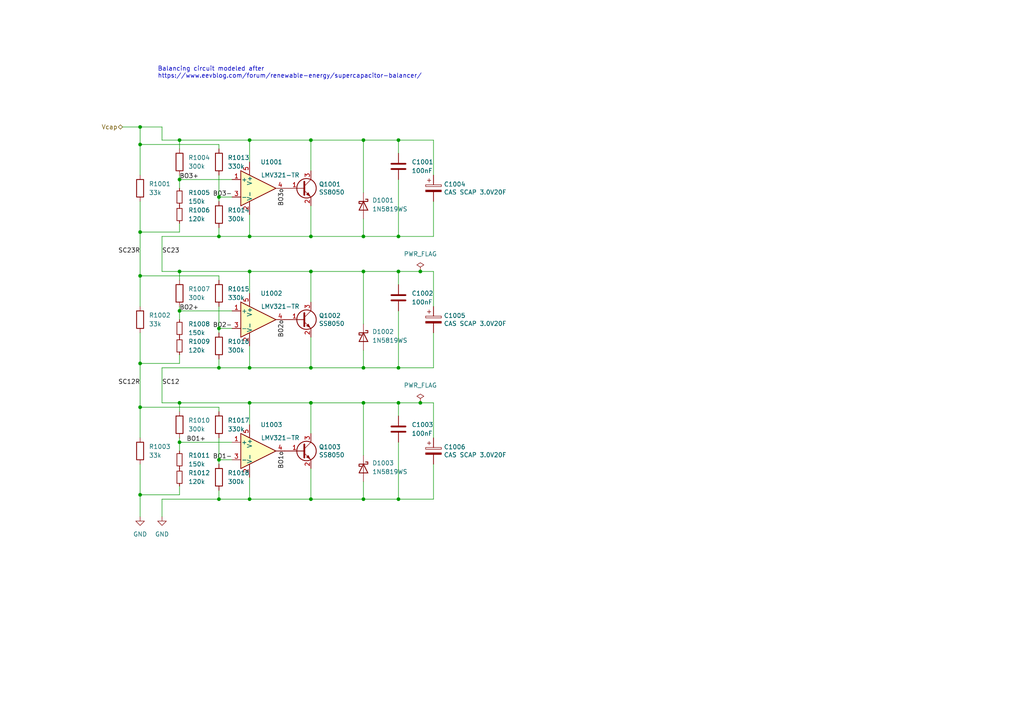
<source format=kicad_sch>
(kicad_sch (version 20211123) (generator eeschema)
  (paper "A4")
  (title_block (title "Sailor Hat for Raspberry Pi") (date "2022-10-14") (rev "v2.0.0-alpha") (company "Hat Labs Ltd") (comment 1 "https://creativecommons.org/licenses/by/4.0") (comment 2 "To view a copy of this license, visit ") (comment 3 "Sailor Hat for Raspberry Pi is licensed under CC BY 4.0."))
  (lib_symbols
    (symbol "Amplifier_Operational:LMV321" (pin_names (offset 0.127))
      (property "Reference" "U" (at 0 5.08 0))
      (property "Value" "LMV321" (at 0 -5.08 0))
      (symbol "LMV321_0_1"
        (polyline (pts (xy -5.08 5.08) (xy 5.08 0) (xy -5.08 -5.08) (xy -5.08 5.08)) (stroke (width 0.254)) (fill (type background)))
        (pin power_in line (at -2.54 -7.62 90) (length 3.81) (name "V-") (number "2"))
        (pin power_in line (at -2.54 7.62 270) (length 3.81) (name "V+") (number "5"))
      )
      (symbol "LMV321_1_1"
        (pin input line (at -7.62 2.54 0) (length 2.54) (name "+") (number "1"))
        (pin input line (at -7.62 -2.54 0) (length 2.54) (name "-") (number "3"))
        (pin output line (at 7.62 0 180) (length 2.54) (name "~") (number "4"))
      )
    )
    (symbol "Device:C" (pin_numbers hide) (pin_names (offset 0.254))
      (property "Reference" "C" (at 0.635 2.54 0))
      (property "Value" "C" (at 0.635 -2.54 0))
      (symbol "C_0_1"
        (polyline (pts (xy -2.032 -0.762) (xy 2.032 -0.762)) (stroke (width 0.508)))
        (polyline (pts (xy -2.032 0.762) (xy 2.032 0.762)) (stroke (width 0.508)))
      )
      (symbol "C_1_1"
        (pin passive line (at 0 3.81 270) (length 2.794) (name "~") (number "1"))
        (pin passive line (at 0 -3.81 90) (length 2.794) (name "~") (number "2"))
      )
    )
    (symbol "Device:C_Polarized" (pin_numbers hide) (pin_names (offset 0.254))
      (property "Reference" "C" (at 0.635 2.54 0))
      (property "Value" "C_Polarized" (at 0.635 -2.54 0))
      (symbol "C_Polarized_0_1"
        (rectangle (start -2.286 0.508) (end 2.286 1.016))
        (polyline (pts (xy -1.778 2.286) (xy -0.762 2.286)))
        (polyline (pts (xy -1.27 2.794) (xy -1.27 1.778)))
        (rectangle (start 2.286 -0.508) (end -2.286 -1.016) (fill (type outline)))
      )
      (symbol "C_Polarized_1_1"
        (pin passive line (at 0 3.81 270) (length 2.794) (name "~") (number "1"))
        (pin passive line (at 0 -3.81 90) (length 2.794) (name "~") (number "2"))
      )
    )
    (symbol "Device:D_Schottky" (pin_numbers hide) (pin_names (offset 1.016) hide)
      (property "Reference" "D" (at 0 2.54 0))
      (property "Value" "D_Schottky" (at 0 -2.54 0))
      (symbol "D_Schottky_0_1"
        (polyline (pts (xy 1.27 0) (xy -1.27 0)))
        (polyline (pts (xy 1.27 1.27) (xy 1.27 -1.27) (xy -1.27 0) (xy 1.27 1.27)) (stroke (width 0.254)))
        (polyline (pts (xy -1.905 0.635) (xy -1.905 1.27) (xy -1.27 1.27) (xy -1.27 -1.27) (xy -0.635 -1.27) (xy -0.635 -0.635)) (stroke (width 0.254)))
      )
      (symbol "D_Schottky_1_1"
        (pin passive line (at -3.81 0 0) (length 2.54) (name "K") (number "1"))
        (pin passive line (at 3.81 0 180) (length 2.54) (name "A") (number "2"))
      )
    )
    (symbol "Device:R" (pin_numbers hide) (pin_names (offset 0))
      (property "Reference" "R" (at 2.032 0 90))
      (property "Value" "R" (at 0 0 90))
      (symbol "R_0_1"
        (rectangle (start -1.016 -2.54) (end 1.016 2.54) (stroke (width 0.254)))
      )
      (symbol "R_1_1"
        (pin passive line (at 0 3.81 270) (length 1.27) (name "~") (number "1"))
        (pin passive line (at 0 -3.81 90) (length 1.27) (name "~") (number "2"))
      )
    )
    (symbol "Device:R_Small" (pin_numbers hide) (pin_names (offset 0.254) hide)
      (property "Reference" "R" (at 0.762 0.508 0))
      (property "Value" "R_Small" (at 0.762 -1.016 0))
      (symbol "R_Small_0_1"
        (rectangle (start -0.762 1.778) (end 0.762 -1.778) (stroke (width 0.2032)))
      )
      (symbol "R_Small_1_1"
        (pin passive line (at 0 2.54 270) (length 0.762) (name "~") (number "1"))
        (pin passive line (at 0 -2.54 90) (length 0.762) (name "~") (number "2"))
      )
    )
    (symbol "Transistor_BJT:MMBT5551L" (pin_names (offset 0) hide)
      (property "Reference" "Q" (at 5.08 1.905 0))
      (property "Value" "MMBT5551L" (at 5.08 0 0))
      (symbol "MMBT5551L_0_1"
        (polyline (pts (xy 0.635 0.635) (xy 2.54 2.54)))
        (polyline (pts (xy 0.635 -0.635) (xy 2.54 -2.54) (xy 2.54 -2.54)))
        (polyline (pts (xy 0.635 1.905) (xy 0.635 -1.905) (xy 0.635 -1.905)) (stroke (width 0.508)))
        (polyline (pts (xy 1.27 -1.778) (xy 1.778 -1.27) (xy 2.286 -2.286) (xy 1.27 -1.778) (xy 1.27 -1.778)) (fill (type outline)))
        (circle (center 1.27 0) (radius 2.8194) (stroke (width 0.254)))
      )
      (symbol "MMBT5551L_1_1"
        (pin input line (at -5.08 0 0) (length 5.715) (name "B") (number "1"))
        (pin passive line (at 2.54 -5.08 90) (length 2.54) (name "E") (number "2"))
        (pin passive line (at 2.54 5.08 270) (length 2.54) (name "C") (number "3"))
      )
    )
    (symbol "power:GND" (power) (pin_names (offset 0))
      (property "Value" "GND" (at 0 -3.81 0))
      (symbol "GND_0_1"
        (polyline (pts (xy 0 0) (xy 0 -1.27) (xy 1.27 -1.27) (xy 0 -2.54) (xy -1.27 -1.27) (xy 0 -1.27)))
      )
      (symbol "GND_1_1"
        (pin power_in line (at 0 0 270) (length 0) hide (name "GND") (number "1"))
      )
    )
    (symbol "power:PWR_FLAG" (power) (pin_numbers hide) (pin_names (offset 0) hide)
      (property "Value" "PWR_FLAG" (at 0 3.81 0))
      (symbol "PWR_FLAG_0_0"
        (pin power_out line (at 0 0 90) (length 0) (name "pwr") (number "1"))
      )
      (symbol "PWR_FLAG_0_1"
        (polyline (pts (xy 0 0) (xy 0 1.27) (xy -1.016 1.905) (xy 0 2.54) (xy 1.016 1.905) (xy 0 1.27)))
      )
    )
  )
  (junction (at 90.17 106.68))
  (junction (at 121.92 116.84))
  (junction (at 52.07 52.07))
  (junction (at 63.5 144.78))
  (junction (at 72.39 144.78))
  (junction (at 105.41 106.68))
  (junction (at 72.39 116.84))
  (junction (at 52.07 40.64))
  (junction (at 40.64 41.91))
  (junction (at 72.39 40.64))
  (junction (at 105.41 116.84))
  (junction (at 90.17 144.78))
  (junction (at 40.64 118.11))
  (junction (at 40.64 67.31))
  (junction (at 52.07 128.27))
  (junction (at 40.64 143.51))
  (junction (at 115.57 68.58))
  (junction (at 115.57 144.78))
  (junction (at 121.92 78.74))
  (junction (at 90.17 68.58))
  (junction (at 72.39 78.74))
  (junction (at 63.5 68.58))
  (junction (at 40.64 80.01))
  (junction (at 90.17 116.84))
  (junction (at 40.64 105.41))
  (junction (at 115.57 40.64))
  (junction (at 63.5 133.35))
  (junction (at 90.17 78.74))
  (junction (at 52.07 116.84))
  (junction (at 115.57 106.68))
  (junction (at 105.41 144.78))
  (junction (at 63.5 106.68))
  (junction (at 72.39 106.68))
  (junction (at 40.64 36.83))
  (junction (at 105.41 78.74))
  (junction (at 105.41 40.64))
  (junction (at 63.5 57.15))
  (junction (at 105.41 68.58))
  (junction (at 115.57 116.84))
  (junction (at 72.39 68.58))
  (junction (at 52.07 78.74))
  (junction (at 115.57 78.74))
  (junction (at 63.5 95.25))
  (junction (at 90.17 40.64))
  (junction (at 52.07 90.17))
  (wire (pts (xy 90.17 116.84) (xy 90.17 125.73)))
  (wire (pts (xy 90.17 40.64) (xy 90.17 49.53)))
  (wire (pts (xy 105.41 139.7) (xy 105.41 144.78)))
  (wire (pts (xy 52.07 50.8) (xy 52.07 52.07)))
  (wire (pts (xy 46.99 106.68) (xy 46.99 116.84)))
  (wire (pts (xy 63.5 43.18) (xy 63.5 41.91)))
  (wire (pts (xy 72.39 100.33) (xy 72.39 106.68)))
  (wire (pts (xy 72.39 40.64) (xy 90.17 40.64)))
  (wire (pts (xy 121.92 116.84) (xy 125.73 116.84)))
  (wire (pts (xy 40.64 36.83) (xy 46.99 36.83)))
  (wire (pts (xy 40.64 143.51) (xy 40.64 149.86)))
  (wire (pts (xy 52.07 143.51) (xy 40.64 143.51)))
  (wire (pts (xy 115.57 40.64) (xy 115.57 44.45)))
  (wire (pts (xy 52.07 78.74) (xy 52.07 81.28)))
  (wire (pts (xy 125.73 58.42) (xy 125.73 68.58)))
  (wire (pts (xy 90.17 144.78) (xy 72.39 144.78)))
  (wire (pts (xy 105.41 106.68) (xy 115.57 106.68)))
  (wire (pts (xy 63.5 50.8) (xy 63.5 57.15)))
  (wire (pts (xy 52.07 127) (xy 52.07 128.27)))
  (wire (pts (xy 115.57 116.84) (xy 115.57 120.65)))
  (wire (pts (xy 125.73 144.78) (xy 115.57 144.78)))
  (wire (pts (xy 52.07 64.77) (xy 52.07 67.31)))
  (wire (pts (xy 90.17 78.74) (xy 90.17 87.63)))
  (wire (pts (xy 46.99 78.74) (xy 52.07 78.74)))
  (wire (pts (xy 105.41 101.6) (xy 105.41 106.68)))
  (wire (pts (xy 72.39 116.84) (xy 90.17 116.84)))
  (wire (pts (xy 115.57 128.27) (xy 115.57 144.78)))
  (wire (pts (xy 105.41 63.5) (xy 105.41 68.58)))
  (wire (pts (xy 90.17 40.64) (xy 105.41 40.64)))
  (wire (pts (xy 90.17 59.69) (xy 90.17 68.58)))
  (wire (pts (xy 67.31 95.25) (xy 63.5 95.25)))
  (wire (pts (xy 63.5 144.78) (xy 46.99 144.78)))
  (wire (pts (xy 67.31 90.17) (xy 52.07 90.17)))
  (wire (pts (xy 105.41 144.78) (xy 115.57 144.78)))
  (wire (pts (xy 52.07 40.64) (xy 72.39 40.64)))
  (wire (pts (xy 72.39 106.68) (xy 63.5 106.68)))
  (wire (pts (xy 67.31 57.15) (xy 63.5 57.15)))
  (wire (pts (xy 121.92 78.74) (xy 125.73 78.74)))
  (wire (pts (xy 63.5 119.38) (xy 63.5 118.11)))
  (wire (pts (xy 52.07 105.41) (xy 40.64 105.41)))
  (wire (pts (xy 72.39 78.74) (xy 72.39 85.09)))
  (wire (pts (xy 63.5 142.24) (xy 63.5 144.78)))
  (wire (pts (xy 115.57 52.07) (xy 115.57 68.58)))
  (wire (pts (xy 72.39 78.74) (xy 90.17 78.74)))
  (wire (pts (xy 105.41 116.84) (xy 115.57 116.84)))
  (wire (pts (xy 40.64 36.83) (xy 40.64 41.91)))
  (wire (pts (xy 40.64 134.62) (xy 40.64 143.51)))
  (wire (pts (xy 105.41 68.58) (xy 115.57 68.58)))
  (wire (pts (xy 90.17 68.58) (xy 105.41 68.58)))
  (wire (pts (xy 63.5 95.25) (xy 63.5 96.52)))
  (wire (pts (xy 90.17 78.74) (xy 105.41 78.74)))
  (wire (pts (xy 72.39 116.84) (xy 72.39 123.19)))
  (wire (pts (xy 125.73 96.52) (xy 125.73 106.68)))
  (wire (pts (xy 63.5 80.01) (xy 40.64 80.01)))
  (wire (pts (xy 115.57 78.74) (xy 121.92 78.74)))
  (wire (pts (xy 115.57 40.64) (xy 125.73 40.64)))
  (wire (pts (xy 125.73 78.74) (xy 125.73 88.9)))
  (wire (pts (xy 67.31 133.35) (xy 63.5 133.35)))
  (wire (pts (xy 63.5 88.9) (xy 63.5 95.25)))
  (wire (pts (xy 115.57 90.17) (xy 115.57 106.68)))
  (wire (pts (xy 63.5 81.28) (xy 63.5 80.01)))
  (wire (pts (xy 52.07 67.31) (xy 40.64 67.31)))
  (wire (pts (xy 40.64 80.01) (xy 40.64 88.9)))
  (wire (pts (xy 90.17 144.78) (xy 105.41 144.78)))
  (wire (pts (xy 63.5 104.14) (xy 63.5 106.68)))
  (wire (pts (xy 105.41 78.74) (xy 105.41 93.98)))
  (wire (pts (xy 125.73 106.68) (xy 115.57 106.68)))
  (wire (pts (xy 67.31 128.27) (xy 52.07 128.27)))
  (wire (pts (xy 52.07 116.84) (xy 72.39 116.84)))
  (wire (pts (xy 63.5 118.11) (xy 40.64 118.11)))
  (wire (pts (xy 115.57 78.74) (xy 115.57 82.55)))
  (wire (pts (xy 63.5 133.35) (xy 63.5 134.62)))
  (wire (pts (xy 52.07 128.27) (xy 52.07 130.81)))
  (wire (pts (xy 105.41 116.84) (xy 105.41 132.08)))
  (wire (pts (xy 63.5 127) (xy 63.5 133.35)))
  (wire (pts (xy 40.64 67.31) (xy 40.64 80.01)))
  (wire (pts (xy 125.73 40.64) (xy 125.73 50.8)))
  (wire (pts (xy 125.73 116.84) (xy 125.73 127)))
  (wire (pts (xy 90.17 135.89) (xy 90.17 144.78)))
  (wire (pts (xy 72.39 68.58) (xy 63.5 68.58)))
  (wire (pts (xy 105.41 78.74) (xy 115.57 78.74)))
  (wire (pts (xy 46.99 68.58) (xy 46.99 78.74)))
  (wire (pts (xy 63.5 66.04) (xy 63.5 68.58)))
  (wire (pts (xy 52.07 116.84) (xy 52.07 119.38)))
  (wire (pts (xy 46.99 144.78) (xy 46.99 149.86)))
  (wire (pts (xy 90.17 97.79) (xy 90.17 106.68)))
  (wire (pts (xy 40.64 41.91) (xy 40.64 50.8)))
  (wire (pts (xy 52.07 102.87) (xy 52.07 105.41)))
  (wire (pts (xy 63.5 41.91) (xy 40.64 41.91)))
  (wire (pts (xy 63.5 106.68) (xy 46.99 106.68)))
  (wire (pts (xy 105.41 40.64) (xy 105.41 55.88)))
  (wire (pts (xy 46.99 40.64) (xy 52.07 40.64)))
  (wire (pts (xy 125.73 68.58) (xy 115.57 68.58)))
  (wire (pts (xy 105.41 40.64) (xy 115.57 40.64)))
  (wire (pts (xy 40.64 105.41) (xy 40.64 118.11)))
  (wire (pts (xy 90.17 68.58) (xy 72.39 68.58)))
  (wire (pts (xy 52.07 90.17) (xy 52.07 92.71)))
  (wire (pts (xy 46.99 36.83) (xy 46.99 40.64)))
  (wire (pts (xy 52.07 52.07) (xy 52.07 54.61)))
  (wire (pts (xy 40.64 118.11) (xy 40.64 127)))
  (wire (pts (xy 115.57 116.84) (xy 121.92 116.84)))
  (wire (pts (xy 72.39 40.64) (xy 72.39 46.99)))
  (wire (pts (xy 52.07 140.97) (xy 52.07 143.51)))
  (wire (pts (xy 35.56 36.83) (xy 40.64 36.83)))
  (wire (pts (xy 72.39 62.23) (xy 72.39 68.58)))
  (wire (pts (xy 63.5 68.58) (xy 46.99 68.58)))
  (wire (pts (xy 67.31 52.07) (xy 52.07 52.07)))
  (wire (pts (xy 63.5 57.15) (xy 63.5 58.42)))
  (wire (pts (xy 52.07 78.74) (xy 72.39 78.74)))
  (wire (pts (xy 90.17 106.68) (xy 72.39 106.68)))
  (wire (pts (xy 52.07 88.9) (xy 52.07 90.17)))
  (wire (pts (xy 40.64 58.42) (xy 40.64 67.31)))
  (wire (pts (xy 72.39 138.43) (xy 72.39 144.78)))
  (wire (pts (xy 40.64 96.52) (xy 40.64 105.41)))
  (wire (pts (xy 46.99 116.84) (xy 52.07 116.84)))
  (wire (pts (xy 90.17 106.68) (xy 105.41 106.68)))
  (wire (pts (xy 125.73 134.62) (xy 125.73 144.78)))
  (wire (pts (xy 52.07 40.64) (xy 52.07 43.18)))
  (wire (pts (xy 90.17 116.84) (xy 105.41 116.84)))
  (wire (pts (xy 72.39 144.78) (xy 63.5 144.78)))
  (text "Balancing circuit modeled after\nhttps://www.eevblog.com/forum/renewable-energy/supercapacitor-balancer/" (at 45.72 22.86 0) (effects (font (size 1.27 1.27)) (justify left bottom)))
  (label "BO3o" (at 82.55 54.61 270))
  (label "BO1o" (at 82.55 130.81 270))
  (label "BO2-" (at 67.31 95.25 180))
  (label "BO2+" (at 52.07 90.17 0))
  (label "SC12R" (at 40.64 111.76 180))
  (label "BO3+" (at 52.07 52.07 0))
  (label "SC23R" (at 40.64 73.66 180))
  (label "BO3-" (at 67.31 57.15 180))
  (label "BO1+" (at 59.69 128.27 180))
  (label "SC23" (at 46.99 73.66 0))
  (label "SC12" (at 46.99 111.76 0))
  (label "BO1-" (at 67.31 133.35 180))
  (label "BO2o" (at 82.55 92.71 270))
  (hierarchical_label "Vcap" (shape bidirectional) (at 35.56 36.83 180))
  (symbol (lib_id "Device:R_Small") (at 52.07 95.25 0) (unit 1)
    (property "Reference" "R1008" (at 54.61 93.9799 0) (effects (justify left)))
    (property "Value" "150k" (at 54.61 96.5199 0) (effects (justify left)))
    (property "Footprint" "Resistor_SMD:R_0402_1005Metric" (effects hide))
    (property "LCSC" "C25755" (effects hide))
  )
  (symbol (lib_id "Amplifier_Operational:LMV321") (at 74.93 92.71 0) (unit 1)
    (property "Reference" "U1002" (at 78.74 85.09 0))
    (property "Value" "LMV321-TR" (at 81.28 88.9 0))
    (property "Footprint" "Package_TO_SOT_SMD:SOT-23-5" (effects hide))
    (property "Datasheet" "https://datasheet.lcsc.com/lcsc/2206101816_Gainsil-LMV324-SR_C362275.pdf" (effects hide))
    (property "LCSC" "C362273" (effects hide))
  )
  (symbol (lib_id "Device:R") (at 63.5 62.23 0) (unit 1)
    (property "Reference" "R1014" (at 66.04 60.9599 0) (effects (justify left)))
    (property "Value" "300k" (at 66.04 63.4999 0) (effects (justify left)))
    (property "Footprint" "Resistor_SMD:R_0402_1005Metric" (effects hide))
    (property "LCSC" "C25774" (effects hide))
  )
  (symbol (lib_id "Device:R") (at 63.5 138.43 0) (unit 1)
    (property "Reference" "R1018" (at 66.04 137.1599 0) (effects (justify left)))
    (property "Value" "300k" (at 66.04 139.6999 0) (effects (justify left)))
    (property "Footprint" "Resistor_SMD:R_0402_1005Metric" (effects hide))
    (property "LCSC" "C25774" (effects hide))
  )
  (symbol (lib_id "Device:C_Polarized") (at 125.73 92.71 0) (unit 1)
    (property "Reference" "C1005" (at 128.7272 91.5416 0) (effects (justify left)))
    (property "Value" "CAS SCAP 3.0V20F" (at 128.7272 93.853 0) (effects (justify left)))
    (property "Footprint" "SH-RPi:CP_Radial_D12.0mm_H25.0mm_P5.30mm_Horizontal" (effects hide))
  )
  (symbol (lib_id "Amplifier_Operational:LMV321") (at 74.93 54.61 0) (unit 1)
    (property "Reference" "U1001" (at 78.74 46.99 0))
    (property "Value" "LMV321-TR" (at 81.28 50.8 0))
    (property "Footprint" "Package_TO_SOT_SMD:SOT-23-5" (effects hide))
    (property "Datasheet" "https://datasheet.lcsc.com/lcsc/2206101816_Gainsil-LMV324-SR_C362275.pdf" (effects hide))
    (property "LCSC" "C362273" (effects hide))
  )
  (symbol (lib_id "Device:C_Polarized") (at 125.73 54.61 0) (unit 1)
    (property "Reference" "C1004" (at 128.7272 53.4416 0) (effects (justify left)))
    (property "Value" "CAS SCAP 3.0V20F" (at 128.7272 55.753 0) (effects (justify left)))
    (property "Footprint" "SH-RPi:CP_Radial_D12.0mm_H25.0mm_P5.30mm_Horizontal" (effects hide))
  )
  (symbol (lib_id "Device:C") (at 115.57 48.26 0) (unit 1)
    (property "Reference" "C1001" (at 119.38 46.9899 0) (effects (justify left)))
    (property "Value" "100nF" (at 119.38 49.5299 0) (effects (justify left)))
    (property "Footprint" "Capacitor_SMD:C_0402_1005Metric" (effects hide))
    (property "LCSC" "C1525" (effects hide))
  )
  (symbol (lib_id "Device:R") (at 40.64 54.61 0) (unit 1)
    (property "Reference" "R1001" (at 43.18 53.3399 0) (effects (justify left)))
    (property "Value" "33k" (at 43.18 55.8799 0) (effects (justify left)))
    (property "Footprint" "Resistor_SMD:R_0402_1005Metric" (effects hide))
    (property "LCSC" "C25779" (effects hide))
  )
  (symbol (lib_id "power:PWR_FLAG") (at 121.92 116.84 0) (unit 1)
    (property "Reference" "#FLG01002" (effects hide))
    (property "Value" "PWR_FLAG" (at 121.92 111.76 0))
  )
  (symbol (lib_id "Device:R_Small") (at 52.07 100.33 0) (unit 1)
    (property "Reference" "R1009" (at 54.61 99.0599 0) (effects (justify left)))
    (property "Value" "120k" (at 54.61 101.5999 0) (effects (justify left)))
    (property "Footprint" "Resistor_SMD:R_0402_1005Metric" (effects hide))
    (property "LCSC" "C25750" (effects hide))
  )
  (symbol (lib_id "Device:R") (at 40.64 92.71 0) (unit 1)
    (property "Reference" "R1002" (at 43.18 91.4399 0) (effects (justify left)))
    (property "Value" "33k" (at 43.18 93.9799 0) (effects (justify left)))
    (property "Footprint" "Resistor_SMD:R_0402_1005Metric" (effects hide))
    (property "LCSC" "C25779" (effects hide))
  )
  (symbol (lib_id "Transistor_BJT:MMBT5551L") (at 87.63 130.81 0) (unit 1)
    (property "Reference" "Q1003" (at 92.4814 129.6416 0) (effects (justify left)))
    (property "Value" "SS8050" (at 92.4814 131.953 0) (effects (justify left)))
    (property "Footprint" "Package_TO_SOT_SMD:SOT-23" (effects hide))
    (property "LCSC" "C2150" (effects hide))
  )
  (symbol (lib_id "power:GND") (at 40.64 149.86 0) (unit 1)
    (property "Reference" "#PWR01001" (effects hide))
    (property "Value" "GND" (at 40.64 154.94 0))
  )
  (symbol (lib_id "Device:C") (at 115.57 86.36 0) (unit 1)
    (property "Reference" "C1002" (at 119.38 85.0899 0) (effects (justify left)))
    (property "Value" "100nF" (at 119.38 87.6299 0) (effects (justify left)))
    (property "Footprint" "Capacitor_SMD:C_0402_1005Metric" (effects hide))
    (property "LCSC" "C1525" (effects hide))
  )
  (symbol (lib_id "Device:C_Polarized") (at 125.73 130.81 0) (unit 1)
    (property "Reference" "C1006" (at 128.7272 129.6416 0) (effects (justify left)))
    (property "Value" "CAS SCAP 3.0V20F" (at 128.7272 131.953 0) (effects (justify left)))
    (property "Footprint" "SH-RPi:CP_Radial_D12.0mm_H25.0mm_P5.30mm_Horizontal" (effects hide))
  )
  (symbol (lib_id "Transistor_BJT:MMBT5551L") (at 87.63 54.61 0) (unit 1)
    (property "Reference" "Q1001" (at 92.4814 53.4416 0) (effects (justify left)))
    (property "Value" "SS8050" (at 92.4814 55.753 0) (effects (justify left)))
    (property "Footprint" "Package_TO_SOT_SMD:SOT-23" (effects hide))
    (property "LCSC" "C2150" (effects hide))
  )
  (symbol (lib_id "Transistor_BJT:MMBT5551L") (at 87.63 92.71 0) (unit 1)
    (property "Reference" "Q1002" (at 92.4814 91.5416 0) (effects (justify left)))
    (property "Value" "SS8050" (at 92.4814 93.853 0) (effects (justify left)))
    (property "Footprint" "Package_TO_SOT_SMD:SOT-23" (effects hide))
    (property "LCSC" "C2150" (effects hide))
  )
  (symbol (lib_id "power:PWR_FLAG") (at 121.92 78.74 0) (unit 1)
    (property "Reference" "#FLG01001" (effects hide))
    (property "Value" "PWR_FLAG" (at 121.92 73.66 0))
  )
  (symbol (lib_id "Device:R") (at 52.07 46.99 0) (unit 1)
    (property "Reference" "R1004" (at 54.61 45.7199 0) (effects (justify left)))
    (property "Value" "300k" (at 54.61 48.2599 0) (effects (justify left)))
    (property "Footprint" "Resistor_SMD:R_0402_1005Metric" (effects hide))
    (property "LCSC" "C25774" (effects hide))
  )
  (symbol (lib_id "Device:R") (at 40.64 130.81 0) (unit 1)
    (property "Reference" "R1003" (at 43.18 129.5399 0) (effects (justify left)))
    (property "Value" "33k" (at 43.18 132.0799 0) (effects (justify left)))
    (property "Footprint" "Resistor_SMD:R_0402_1005Metric" (effects hide))
    (property "LCSC" "C25779" (effects hide))
  )
  (symbol (lib_id "Device:D_Schottky") (at 105.41 97.79 270) (unit 1)
    (property "Reference" "D1002" (at 107.95 96.2024 90) (effects (justify left)))
    (property "Value" "1N5819WS" (at 107.95 98.7424 90) (effects (justify left)))
    (property "Footprint" "Diode_SMD:D_SOD-323" (effects hide))
    (property "LCSC" "C191023" (effects hide))
  )
  (symbol (lib_id "Device:R") (at 63.5 123.19 0) (unit 1)
    (property "Reference" "R1017" (at 66.04 121.9199 0) (effects (justify left)))
    (property "Value" "330k" (at 66.04 124.4599 0) (effects (justify left)))
    (property "Footprint" "Resistor_SMD:R_0402_1005Metric" (effects hide))
    (property "LCSC" "C25778" (effects hide))
  )
  (symbol (lib_id "power:GND") (at 46.99 149.86 0) (unit 1)
    (property "Reference" "#PWR01002" (effects hide))
    (property "Value" "GND" (at 46.99 154.94 0))
  )
  (symbol (lib_id "Device:R") (at 63.5 46.99 0) (unit 1)
    (property "Reference" "R1013" (at 66.04 45.7199 0) (effects (justify left)))
    (property "Value" "330k" (at 66.04 48.2599 0) (effects (justify left)))
    (property "Footprint" "Resistor_SMD:R_0402_1005Metric" (effects hide))
    (property "LCSC" "C25778" (effects hide))
  )
  (symbol (lib_id "Device:D_Schottky") (at 105.41 135.89 270) (unit 1)
    (property "Reference" "D1003" (at 107.95 134.3024 90) (effects (justify left)))
    (property "Value" "1N5819WS" (at 107.95 136.8424 90) (effects (justify left)))
    (property "Footprint" "Diode_SMD:D_SOD-323" (effects hide))
    (property "LCSC" "C191023" (effects hide))
  )
  (symbol (lib_id "Device:R_Small") (at 52.07 138.43 0) (unit 1)
    (property "Reference" "R1012" (at 54.61 137.1599 0) (effects (justify left)))
    (property "Value" "120k" (at 54.61 139.6999 0) (effects (justify left)))
    (property "Footprint" "Resistor_SMD:R_0402_1005Metric" (effects hide))
    (property "LCSC" "C25750" (effects hide))
  )
  (symbol (lib_id "Device:R_Small") (at 52.07 62.23 0) (unit 1)
    (property "Reference" "R1006" (at 54.61 60.9599 0) (effects (justify left)))
    (property "Value" "120k" (at 54.61 63.4999 0) (effects (justify left)))
    (property "Footprint" "Resistor_SMD:R_0402_1005Metric" (effects hide))
    (property "LCSC" "C25750" (effects hide))
  )
  (symbol (lib_id "Device:C") (at 115.57 124.46 0) (unit 1)
    (property "Reference" "C1003" (at 119.38 123.1899 0) (effects (justify left)))
    (property "Value" "100nF" (at 119.38 125.7299 0) (effects (justify left)))
    (property "Footprint" "Capacitor_SMD:C_0402_1005Metric" (effects hide))
    (property "LCSC" "C1525" (effects hide))
  )
  (symbol (lib_id "Device:R_Small") (at 52.07 57.15 0) (unit 1)
    (property "Reference" "R1005" (at 54.61 55.8799 0) (effects (justify left)))
    (property "Value" "150k" (at 54.61 58.4199 0) (effects (justify left)))
    (property "Footprint" "Resistor_SMD:R_0402_1005Metric" (effects hide))
    (property "LCSC" "C25755" (effects hide))
  )
  (symbol (lib_id "Device:R") (at 52.07 123.19 0) (unit 1)
    (property "Reference" "R1010" (at 54.61 121.9199 0) (effects (justify left)))
    (property "Value" "300k" (at 54.61 124.4599 0) (effects (justify left)))
    (property "Footprint" "Resistor_SMD:R_0402_1005Metric" (effects hide))
    (property "LCSC" "C25774" (effects hide))
  )
  (symbol (lib_id "Device:R") (at 63.5 85.09 0) (unit 1)
    (property "Reference" "R1015" (at 66.04 83.8199 0) (effects (justify left)))
    (property "Value" "330k" (at 66.04 86.3599 0) (effects (justify left)))
    (property "Footprint" "Resistor_SMD:R_0402_1005Metric" (effects hide))
    (property "LCSC" "C25778" (effects hide))
  )
  (symbol (lib_id "Amplifier_Operational:LMV321") (at 74.93 130.81 0) (unit 1)
    (property "Reference" "U1003" (at 78.74 123.19 0))
    (property "Value" "LMV321-TR" (at 81.28 127 0))
    (property "Footprint" "Package_TO_SOT_SMD:SOT-23-5" (effects hide))
    (property "Datasheet" "https://datasheet.lcsc.com/lcsc/2206101816_Gainsil-LMV324-SR_C362275.pdf" (effects hide))
    (property "LCSC" "C362273" (effects hide))
  )
  (symbol (lib_id "Device:R") (at 63.5 100.33 0) (unit 1)
    (property "Reference" "R1016" (at 66.04 99.0599 0) (effects (justify left)))
    (property "Value" "300k" (at 66.04 101.5999 0) (effects (justify left)))
    (property "Footprint" "Resistor_SMD:R_0402_1005Metric" (effects hide))
    (property "LCSC" "C25774" (effects hide))
  )
  (symbol (lib_id "Device:R") (at 52.07 85.09 0) (unit 1)
    (property "Reference" "R1007" (at 54.61 83.8199 0) (effects (justify left)))
    (property "Value" "300k" (at 54.61 86.3599 0) (effects (justify left)))
    (property "Footprint" "Resistor_SMD:R_0402_1005Metric" (effects hide))
    (property "LCSC" "C25774" (effects hide))
  )
  (symbol (lib_id "Device:D_Schottky") (at 105.41 59.69 270) (unit 1)
    (property "Reference" "D1001" (at 107.95 58.1024 90) (effects (justify left)))
    (property "Value" "1N5819WS" (at 107.95 60.6424 90) (effects (justify left)))
    (property "Footprint" "Diode_SMD:D_SOD-323" (effects hide))
    (property "LCSC" "C191023" (effects hide))
  )
  (symbol (lib_id "Device:R_Small") (at 52.07 133.35 0) (unit 1)
    (property "Reference" "R1011" (at 54.61 132.0799 0) (effects (justify left)))
    (property "Value" "150k" (at 54.61 134.6199 0) (effects (justify left)))
    (property "Footprint" "Resistor_SMD:R_0402_1005Metric" (effects hide))
    (property "LCSC" "C25755" (effects hide))
  )
)
</source>
